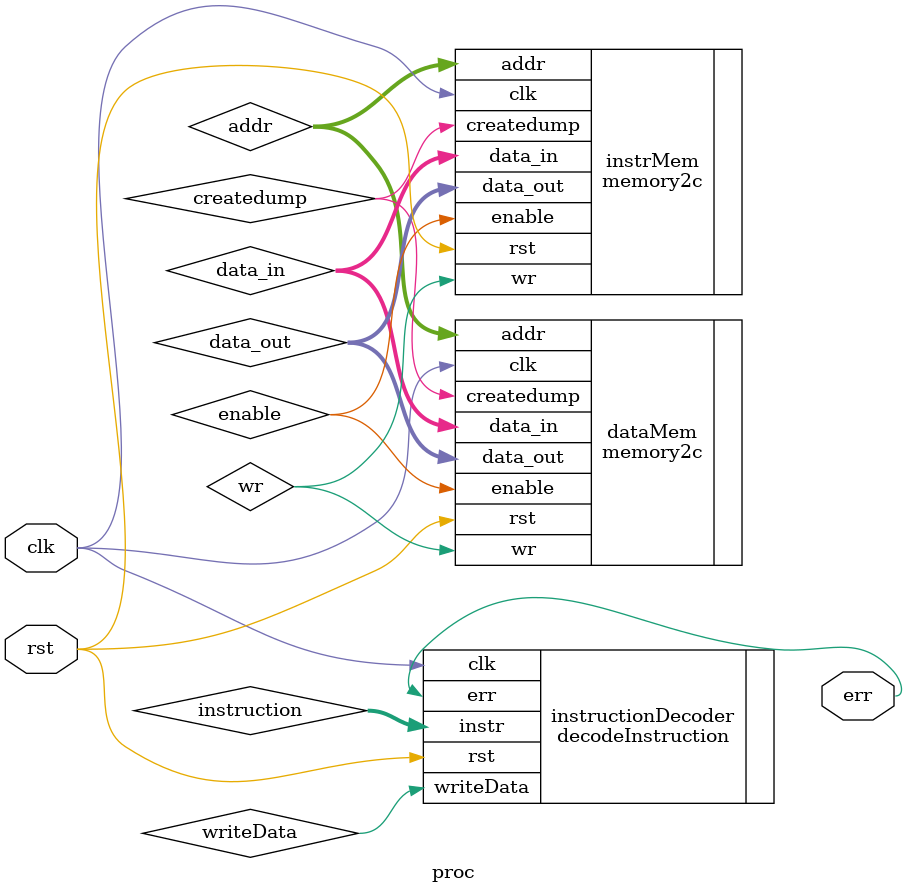
<source format=v>
/* $Author: karu $ */
/* $LastChangedDate: 2009-03-04 23:09:45 -0600 (Wed, 04 Mar 2009) $ */
/* $Rev: 45 $ */
module proc (/*AUTOARG*/
   // Outputs
   err, 
   // Inputs
   clk, rst
   );

   input clk;
   input rst;

   output err;

   // None of the above lines can be modified

   // OR all the err ouputs for every sub-module and assign it as this
   // err output
   
   // As described in the homeworks, use the err signal to trap corner
   // cases that you think are illegal in your statemachines
   
   
   /* your code here */


   // signals for the memory modules
   wire [15:0] data_in, addr, data_out;
   wire enable, wr,  createdump;

   // signals for decoder that reads instruction.
   // Error output of processor comes from decoder
   

   wire [15:0] instruction;

   // instantiate memory module twice. One for instruction memory
   // and another for data memory
   memory2c instrMem (.data_in(data_in), .addr(addr),
	                   .enable(enable), .wr(wr), .clk(clk), .rst(rst),
	                   .createdump(createdump), .data_out(data_out)),

	         dataMem   (.data_in(data_in), .addr(addr),
	       	           .enable(enable), .wr(wr), .clk(clk), .rst(rst),
	                    .createdump(createdump), .data_out(data_out));
  
  /*
   * this module instantiates the control unit and the register file. The control decides what to do 
   * with the instruction and the register file is told what to do. The control unit also makes
   * signals like SESelect which the regFile doesn't use.
   */
  decodeInstruction instructionDecoder(.clk(clk), .rst(rst), .writeData(writeData), .instr(instruction),
                                       .err(err));
	 
endmodule // proc
// DUMMY LINE FOR REV CONTROL :0:

</source>
